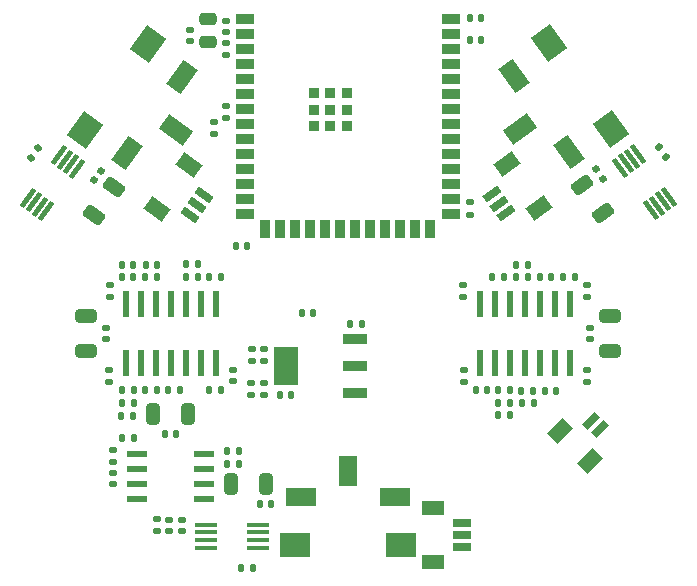
<source format=gbr>
%TF.GenerationSoftware,KiCad,Pcbnew,8.0.6*%
%TF.CreationDate,2024-11-01T20:33:52-04:00*%
%TF.ProjectId,FlexGlO,466c6578-476c-44f2-9e6b-696361645f70,rev?*%
%TF.SameCoordinates,Original*%
%TF.FileFunction,Paste,Top*%
%TF.FilePolarity,Positive*%
%FSLAX46Y46*%
G04 Gerber Fmt 4.6, Leading zero omitted, Abs format (unit mm)*
G04 Created by KiCad (PCBNEW 8.0.6) date 2024-11-01 20:33:52*
%MOMM*%
%LPD*%
G01*
G04 APERTURE LIST*
G04 Aperture macros list*
%AMRoundRect*
0 Rectangle with rounded corners*
0 $1 Rounding radius*
0 $2 $3 $4 $5 $6 $7 $8 $9 X,Y pos of 4 corners*
0 Add a 4 corners polygon primitive as box body*
4,1,4,$2,$3,$4,$5,$6,$7,$8,$9,$2,$3,0*
0 Add four circle primitives for the rounded corners*
1,1,$1+$1,$2,$3*
1,1,$1+$1,$4,$5*
1,1,$1+$1,$6,$7*
1,1,$1+$1,$8,$9*
0 Add four rect primitives between the rounded corners*
20,1,$1+$1,$2,$3,$4,$5,0*
20,1,$1+$1,$4,$5,$6,$7,0*
20,1,$1+$1,$6,$7,$8,$9,0*
20,1,$1+$1,$8,$9,$2,$3,0*%
%AMRotRect*
0 Rectangle, with rotation*
0 The origin of the aperture is its center*
0 $1 length*
0 $2 width*
0 $3 Rotation angle, in degrees counterclockwise*
0 Add horizontal line*
21,1,$1,$2,0,0,$3*%
G04 Aperture macros list end*
%ADD10RotRect,1.828800X0.431800X54.000000*%
%ADD11R,1.663700X0.558800*%
%ADD12RoundRect,0.135000X0.185000X-0.135000X0.185000X0.135000X-0.185000X0.135000X-0.185000X-0.135000X0*%
%ADD13RotRect,2.500000X1.500000X216.000000*%
%ADD14RotRect,1.500000X2.500000X216.000000*%
%ADD15RotRect,2.000000X2.500000X216.000000*%
%ADD16RoundRect,0.250000X0.716891X0.119130X0.334831X0.644991X-0.716891X-0.119130X-0.334831X-0.644991X0*%
%ADD17RoundRect,0.135000X-0.135000X-0.185000X0.135000X-0.185000X0.135000X0.185000X-0.135000X0.185000X0*%
%ADD18RoundRect,0.135000X-0.185000X0.135000X-0.185000X-0.135000X0.185000X-0.135000X0.185000X0.135000X0*%
%ADD19RoundRect,0.140000X0.170000X-0.140000X0.170000X0.140000X-0.170000X0.140000X-0.170000X-0.140000X0*%
%ADD20RotRect,0.660400X1.549400X126.000000*%
%ADD21RotRect,1.905000X1.295400X216.000000*%
%ADD22RoundRect,0.140000X-0.170000X0.140000X-0.170000X-0.140000X0.170000X-0.140000X0.170000X0.140000X0*%
%ADD23RoundRect,0.135000X0.135000X0.185000X-0.135000X0.185000X-0.135000X-0.185000X0.135000X-0.185000X0*%
%ADD24RoundRect,0.140000X0.140000X0.170000X-0.140000X0.170000X-0.140000X-0.170000X0.140000X-0.170000X0*%
%ADD25RoundRect,0.140000X-0.055243X0.213186X-0.219823X-0.013339X0.055243X-0.213186X0.219823X0.013339X0*%
%ADD26RoundRect,0.140000X-0.140000X-0.170000X0.140000X-0.170000X0.140000X0.170000X-0.140000X0.170000X0*%
%ADD27R,1.500000X2.500000*%
%ADD28R,2.500000X1.500000*%
%ADD29R,2.500000X2.000000*%
%ADD30R,0.558800X2.286000*%
%ADD31RotRect,0.660400X1.549400X234.000000*%
%ADD32RotRect,1.905000X1.295400X324.000000*%
%ADD33RoundRect,0.135000X-0.229019X0.000477X-0.070317X-0.217958X0.229019X-0.000477X0.070317X0.217958X0*%
%ADD34RoundRect,0.250000X-0.334831X0.644991X-0.716891X0.119130X0.334831X-0.644991X0.716891X-0.119130X0*%
%ADD35RoundRect,0.250000X-0.475000X0.250000X-0.475000X-0.250000X0.475000X-0.250000X0.475000X0.250000X0*%
%ADD36RoundRect,0.250000X-0.325000X-0.650000X0.325000X-0.650000X0.325000X0.650000X-0.325000X0.650000X0*%
%ADD37RoundRect,0.250000X0.650000X-0.325000X0.650000X0.325000X-0.650000X0.325000X-0.650000X-0.325000X0*%
%ADD38RotRect,1.828800X0.431800X306.000000*%
%ADD39R,0.900000X0.900000*%
%ADD40R,1.500000X0.900000*%
%ADD41R,0.900000X1.500000*%
%ADD42RotRect,0.660400X1.549400X315.000000*%
%ADD43RotRect,1.905000X1.295400X45.000000*%
%ADD44R,1.828800X0.431800*%
%ADD45RoundRect,0.135000X0.070317X-0.217958X0.229019X0.000477X-0.070317X0.217958X-0.229019X-0.000477X0*%
%ADD46R,2.150000X0.950000*%
%ADD47R,2.150000X3.250000*%
%ADD48RoundRect,0.250000X-0.650000X0.325000X-0.650000X-0.325000X0.650000X-0.325000X0.650000X0.325000X0*%
%ADD49R,1.549400X0.660400*%
%ADD50R,1.905000X1.295400*%
%ADD51RoundRect,0.140000X0.219823X-0.013339X0.055243X0.213186X-0.219823X0.013339X-0.055243X-0.213186X0*%
%ADD52RotRect,2.500000X1.500000X324.000000*%
%ADD53RotRect,1.500000X2.500000X324.000000*%
%ADD54RotRect,2.000000X2.500000X324.000000*%
G04 APERTURE END LIST*
D10*
%TO.C,I_AMP1*%
X92887295Y-95246080D03*
X93413154Y-95628139D03*
X93939017Y-96010201D03*
X94464876Y-96392260D03*
X97077581Y-92796180D03*
X96551722Y-92414121D03*
X96025859Y-92032059D03*
X95500000Y-91650000D03*
%TD*%
D11*
%TO.C,DUAL_AMP1*%
X107800000Y-120795000D03*
X107800000Y-119525000D03*
X107800000Y-118255000D03*
X107800000Y-116985000D03*
X102148500Y-116985000D03*
X102148500Y-118255000D03*
X102148500Y-119525000D03*
X102148500Y-120795000D03*
%TD*%
D12*
%TO.C,R_K_H1*%
X103825000Y-123500000D03*
X103825000Y-122480000D03*
%TD*%
D13*
%TO.C,JACK2*%
X134575000Y-89475000D03*
D14*
X134044146Y-84916416D03*
X138746430Y-91388552D03*
D15*
X136986322Y-82160766D03*
X142276390Y-89441919D03*
%TD*%
D16*
%TO.C,C_I_D4*%
X141591983Y-96543300D03*
X139858017Y-94156700D03*
%TD*%
D17*
%TO.C,R_M_L2*%
X106280000Y-101950000D03*
X107300000Y-101950000D03*
%TD*%
D18*
%TO.C,R_F_D1*%
X112900000Y-108080000D03*
X112900000Y-109100000D03*
%TD*%
D12*
%TO.C,R_M_H1*%
X99825000Y-103670000D03*
X99825000Y-102650000D03*
%TD*%
%TO.C,R_M_N4*%
X140225000Y-103700000D03*
X140225000Y-102680000D03*
%TD*%
D19*
%TO.C,C_ESP_D1*%
X109675000Y-81210000D03*
X109675000Y-80250000D03*
%TD*%
D17*
%TO.C,R_M_Q3*%
X134230000Y-101975000D03*
X135250000Y-101975000D03*
%TD*%
D20*
%TO.C,JST_3P2*%
X132206614Y-94955575D03*
X132794400Y-95764592D03*
X133382186Y-96573610D03*
D21*
X136189073Y-96141174D03*
X133485261Y-92419696D03*
%TD*%
D12*
%TO.C,R_M_N2*%
X99800000Y-110885000D03*
X99800000Y-109865000D03*
%TD*%
D19*
%TO.C,C_ADC_F3*%
X108675000Y-89835000D03*
X108675000Y-88875000D03*
%TD*%
D22*
%TO.C,C_K_L2*%
X100150000Y-118565000D03*
X100150000Y-119525000D03*
%TD*%
D17*
%TO.C,R_M_O2*%
X108225000Y-111550000D03*
X109245000Y-111550000D03*
%TD*%
D23*
%TO.C,R_M_N1*%
X101850000Y-111575000D03*
X100830000Y-111575000D03*
%TD*%
D24*
%TO.C,C_M_L2*%
X103825000Y-100925000D03*
X102865000Y-100925000D03*
%TD*%
D25*
%TO.C,C_I_D1*%
X99075000Y-93000000D03*
X98510726Y-93776656D03*
%TD*%
D24*
%TO.C,C_M_H4*%
X131775000Y-111550000D03*
X130815000Y-111550000D03*
%TD*%
D26*
%TO.C,C_ADC_F2*%
X130315000Y-80075000D03*
X131275000Y-80075000D03*
%TD*%
D17*
%TO.C,R_M_H4*%
X134680000Y-111600000D03*
X135700000Y-111600000D03*
%TD*%
D26*
%TO.C,C_M_L1*%
X108265000Y-101975000D03*
X109225000Y-101975000D03*
%TD*%
D27*
%TO.C,JACK3*%
X120000000Y-118374999D03*
D28*
X124000000Y-120625000D03*
X116000000Y-120625000D03*
D29*
X124499999Y-124624999D03*
X115499999Y-124624999D03*
%TD*%
D19*
%TO.C,C_M_L3*%
X129800000Y-110830000D03*
X129800000Y-109870000D03*
%TD*%
D30*
%TO.C,QUAD_AMP2*%
X138820000Y-104250000D03*
X137550000Y-104250000D03*
X136280000Y-104250000D03*
X135010000Y-104250000D03*
X133740000Y-104250000D03*
X132470000Y-104250000D03*
X131200000Y-104250000D03*
X131200000Y-109279200D03*
X132470000Y-109279200D03*
X133740000Y-109279200D03*
X135010000Y-109279200D03*
X136280000Y-109279200D03*
X137550000Y-109279200D03*
X138820000Y-109279200D03*
%TD*%
D31*
%TO.C,JST_3P1*%
X106653075Y-96678914D03*
X107240861Y-95869896D03*
X107828647Y-95060879D03*
D32*
X106550000Y-92525000D03*
X103846188Y-96246478D03*
%TD*%
D23*
%TO.C,R_M_Q2*%
X101800000Y-113725000D03*
X100780000Y-113725000D03*
%TD*%
D18*
%TO.C,R_F_D2*%
X112875000Y-110975000D03*
X112875000Y-111995000D03*
%TD*%
D23*
%TO.C,R_M_O4*%
X139200000Y-101975000D03*
X138180000Y-101975000D03*
%TD*%
D33*
%TO.C,R_I_G2*%
X146300460Y-90974802D03*
X146900000Y-91800000D03*
%TD*%
D19*
%TO.C,C_K_H1*%
X105950000Y-123475000D03*
X105950000Y-122515000D03*
%TD*%
D34*
%TO.C,C_I_D2*%
X100200000Y-94325000D03*
X98466034Y-96711600D03*
%TD*%
D23*
%TO.C,R_M_L4*%
X133735000Y-112625000D03*
X132715000Y-112625000D03*
%TD*%
D22*
%TO.C,C_M_D1*%
X99550000Y-106295000D03*
X99550000Y-107255000D03*
%TD*%
D26*
%TO.C,C_M_O1*%
X102845000Y-111575000D03*
X103805000Y-111575000D03*
%TD*%
D24*
%TO.C,C_ADC_F1*%
X131255000Y-81925000D03*
X130295000Y-81925000D03*
%TD*%
D35*
%TO.C,C_ESP_D2*%
X108125000Y-80150000D03*
X108125000Y-82050000D03*
%TD*%
D36*
%TO.C,C_I_D6*%
X110125000Y-119500000D03*
X113075000Y-119500000D03*
%TD*%
D12*
%TO.C,R_K_L2*%
X100150000Y-117610000D03*
X100150000Y-116590000D03*
%TD*%
D17*
%TO.C,R_K_H2*%
X109765000Y-116700000D03*
X110785000Y-116700000D03*
%TD*%
D24*
%TO.C,C_K_D1*%
X105475000Y-115275000D03*
X104515000Y-115275000D03*
%TD*%
%TO.C,C_K_L1*%
X101855000Y-115575000D03*
X100895000Y-115575000D03*
%TD*%
D37*
%TO.C,C_M_D2*%
X97850000Y-108250000D03*
X97850000Y-105300000D03*
%TD*%
D38*
%TO.C,I_AMP2*%
X144600000Y-91575000D03*
X144074141Y-91957059D03*
X143548278Y-92339121D03*
X143022419Y-92721180D03*
X145635124Y-96317260D03*
X146160983Y-95935201D03*
X146686846Y-95553139D03*
X147212705Y-95171080D03*
%TD*%
D23*
%TO.C,R_I_G3*%
X111925000Y-126625000D03*
X110905000Y-126625000D03*
%TD*%
D26*
%TO.C,C_LDO1*%
X120190000Y-105950000D03*
X121150000Y-105950000D03*
%TD*%
D39*
%TO.C,ESP1*%
X117100000Y-86420000D03*
X117100000Y-87820000D03*
X117100000Y-89220000D03*
X118500000Y-86420000D03*
X118500000Y-87820000D03*
X118500000Y-89220000D03*
X119900000Y-86420000D03*
X119900000Y-87820000D03*
X119900000Y-89220000D03*
D40*
X111250000Y-80100000D03*
X111250000Y-81370000D03*
X111250000Y-82640000D03*
X111250000Y-83910000D03*
X111250000Y-85180000D03*
X111250000Y-86450000D03*
X111250000Y-87720000D03*
X111250000Y-88990000D03*
X111250000Y-90260000D03*
X111250000Y-91530000D03*
X111250000Y-92800000D03*
X111250000Y-94070000D03*
X111250000Y-95340000D03*
X111250000Y-96610000D03*
D41*
X113015000Y-97860000D03*
X114285000Y-97860000D03*
X115555000Y-97860000D03*
X116825000Y-97860000D03*
X118095000Y-97860000D03*
X119365000Y-97860000D03*
X120635000Y-97860000D03*
X121905000Y-97860000D03*
X123175000Y-97860000D03*
X124445000Y-97860000D03*
X125715000Y-97860000D03*
X126985000Y-97860000D03*
D40*
X128750000Y-96610000D03*
X128750000Y-95340000D03*
X128750000Y-94070000D03*
X128750000Y-92800000D03*
X128750000Y-91530000D03*
X128750000Y-90260000D03*
X128750000Y-88990000D03*
X128750000Y-87720000D03*
X128750000Y-86450000D03*
X128750000Y-85180000D03*
X128750000Y-83910000D03*
X128750000Y-82640000D03*
X128750000Y-81370000D03*
X128750000Y-80100000D03*
%TD*%
D18*
%TO.C,R_I_D2*%
X111800000Y-110975000D03*
X111800000Y-111995000D03*
%TD*%
D17*
%TO.C,R_M_Q1*%
X100830000Y-112675000D03*
X101850000Y-112675000D03*
%TD*%
D12*
%TO.C,R_ESP_PU1*%
X109675000Y-83160000D03*
X109675000Y-82140000D03*
%TD*%
D24*
%TO.C,C_M_H2*%
X101825000Y-101975000D03*
X100865000Y-101975000D03*
%TD*%
D18*
%TO.C,R_ESP_PU4*%
X130300000Y-95655000D03*
X130300000Y-96675000D03*
%TD*%
D24*
%TO.C,C_M_L4*%
X133700000Y-111575000D03*
X132740000Y-111575000D03*
%TD*%
D22*
%TO.C,C_K_H2*%
X104875000Y-122500000D03*
X104875000Y-123460000D03*
%TD*%
D26*
%TO.C,C_I_D5*%
X112515000Y-121200000D03*
X113475000Y-121200000D03*
%TD*%
D42*
%TO.C,JST_2P1*%
X140617895Y-114142895D03*
X141325000Y-114850000D03*
D43*
X137913212Y-115009100D03*
X140458795Y-117554683D03*
%TD*%
D26*
%TO.C,C_ESP_USB1*%
X116115000Y-105025000D03*
X117075000Y-105025000D03*
%TD*%
D19*
%TO.C,C_ADC_F4*%
X109700000Y-88485000D03*
X109700000Y-87525000D03*
%TD*%
D30*
%TO.C,QUAD_AMP1*%
X101230000Y-109279200D03*
X102500000Y-109279200D03*
X103770000Y-109279200D03*
X105040000Y-109279200D03*
X106310000Y-109279200D03*
X107580000Y-109279200D03*
X108850000Y-109279200D03*
X108850000Y-104250000D03*
X107580000Y-104250000D03*
X106310000Y-104250000D03*
X105040000Y-104250000D03*
X103770000Y-104250000D03*
X102500000Y-104250000D03*
X101230000Y-104250000D03*
%TD*%
D22*
%TO.C,C_ESP_D3*%
X106600000Y-81065000D03*
X106600000Y-82025000D03*
%TD*%
D18*
%TO.C,R_I_D1*%
X111850000Y-108075000D03*
X111850000Y-109095000D03*
%TD*%
D24*
%TO.C,C_M_O3*%
X135225000Y-100925000D03*
X134265000Y-100925000D03*
%TD*%
D23*
%TO.C,R_M_H2*%
X103850000Y-101975000D03*
X102830000Y-101975000D03*
%TD*%
%TO.C,R_K_L1*%
X110770000Y-117775000D03*
X109750000Y-117775000D03*
%TD*%
D44*
%TO.C,I_AMP3*%
X112425000Y-124875000D03*
X112425000Y-124225002D03*
X112425000Y-123575000D03*
X112425000Y-122925002D03*
X107980000Y-122925002D03*
X107980000Y-123575000D03*
X107980000Y-124225002D03*
X107980000Y-124875000D03*
%TD*%
D45*
%TO.C,R_I_G1*%
X93125230Y-91887599D03*
X93724770Y-91062401D03*
%TD*%
D36*
%TO.C,C_K_D2*%
X103525000Y-113575000D03*
X106475000Y-113575000D03*
%TD*%
D46*
%TO.C,LDO1*%
X120575000Y-111825000D03*
X120575000Y-109525000D03*
X120575000Y-107225000D03*
D47*
X114775000Y-109525000D03*
%TD*%
D17*
%TO.C,R_M_O1*%
X104780000Y-111575000D03*
X105800000Y-111575000D03*
%TD*%
D48*
%TO.C,C_M_D4*%
X142200000Y-105275000D03*
X142200000Y-108225000D03*
%TD*%
D22*
%TO.C,C_M_O2*%
X110250000Y-109850000D03*
X110250000Y-110810000D03*
%TD*%
D26*
%TO.C,C_M_O4*%
X136250000Y-101975000D03*
X137210000Y-101975000D03*
%TD*%
D17*
%TO.C,R_M_L3*%
X132705000Y-113675000D03*
X133725000Y-113675000D03*
%TD*%
D26*
%TO.C,C_ESP_USB2*%
X110515000Y-99375000D03*
X111475000Y-99375000D03*
%TD*%
D49*
%TO.C,JST_3P3*%
X129699999Y-124825001D03*
X129699999Y-123825000D03*
X129699999Y-122824999D03*
D50*
X127175000Y-121525000D03*
X127175000Y-126125000D03*
%TD*%
D26*
%TO.C,C_M_H3*%
X136675000Y-111625000D03*
X137635000Y-111625000D03*
%TD*%
D51*
%TO.C,C_I_D3*%
X141557137Y-93638328D03*
X140992863Y-92861672D03*
%TD*%
D23*
%TO.C,R_M_L1*%
X107300000Y-100900000D03*
X106280000Y-100900000D03*
%TD*%
D18*
%TO.C,R_M_H3*%
X140225000Y-109850000D03*
X140225000Y-110870000D03*
%TD*%
%TO.C,R_M_O3*%
X129775000Y-102665000D03*
X129775000Y-103685000D03*
%TD*%
D26*
%TO.C,C_M_H1*%
X100840000Y-100950000D03*
X101800000Y-100950000D03*
%TD*%
D52*
%TO.C,JACK1*%
X105444147Y-89558585D03*
D53*
X101272718Y-91472136D03*
X105975000Y-85000000D03*
D54*
X97742757Y-89525504D03*
X103032824Y-82244351D03*
%TD*%
D17*
%TO.C,R_M_N3*%
X132230000Y-101975000D03*
X133250000Y-101975000D03*
%TD*%
D23*
%TO.C,R_M_Q4*%
X135720000Y-112650000D03*
X134700000Y-112650000D03*
%TD*%
D26*
%TO.C,C_LDO2*%
X114215000Y-111950000D03*
X115175000Y-111950000D03*
%TD*%
D19*
%TO.C,C_M_D3*%
X140500000Y-107230000D03*
X140500000Y-106270000D03*
%TD*%
M02*

</source>
